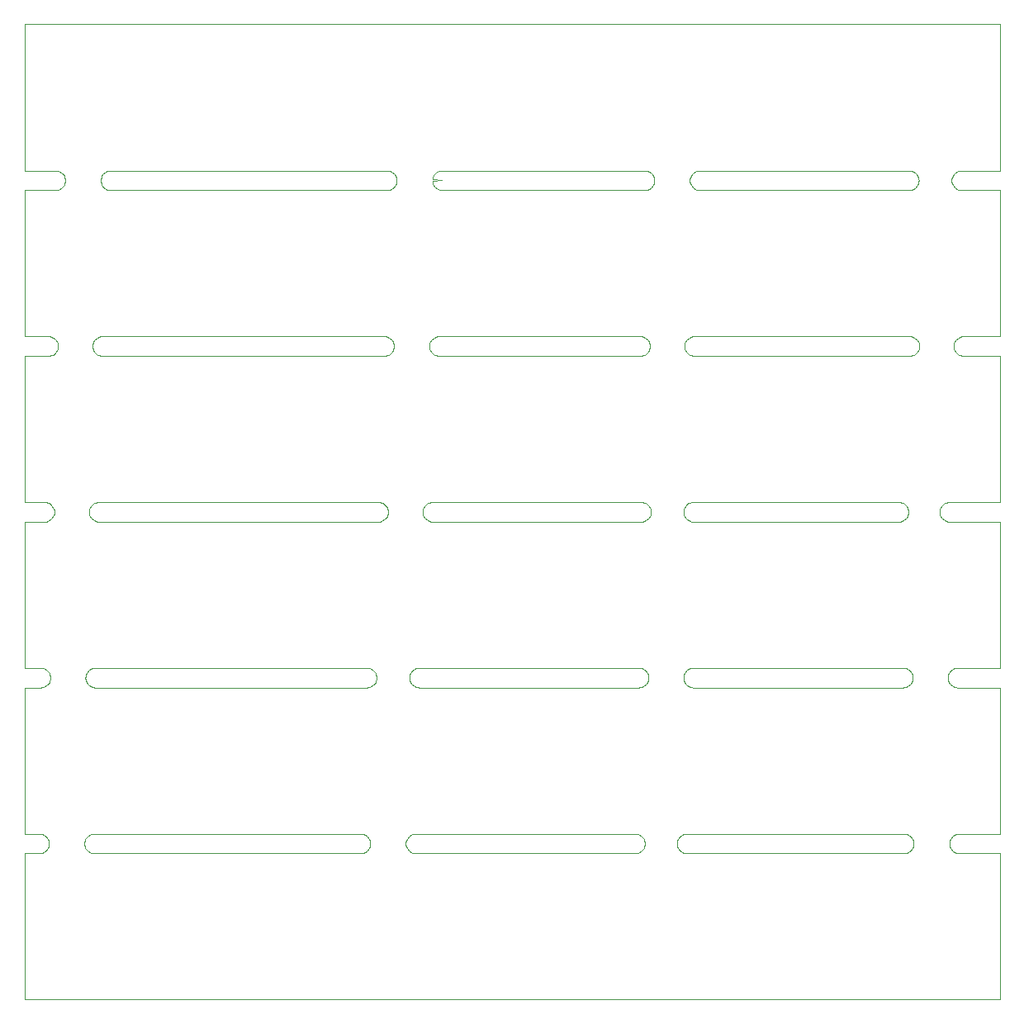
<source format=gko>
%MOIN*%
%OFA0B0*%
%FSLAX44Y44*%
%IPPOS*%
%LPD*%
%ADD10C,0*%
D10*
X00027080Y00026771D02*
X00027080Y00026771D01*
X00035677Y00026771D01*
X00035726Y00026771D01*
X00035787Y00026766D01*
X00035847Y00026752D01*
X00035904Y00026728D01*
X00035957Y00026696D01*
X00036004Y00026656D01*
X00036044Y00026609D01*
X00036076Y00026556D01*
X00036100Y00026499D01*
X00036114Y00026439D01*
X00036119Y00026377D01*
X00036114Y00026316D01*
X00036100Y00026256D01*
X00036076Y00026199D01*
X00036044Y00026146D01*
X00036004Y00026099D01*
X00035957Y00026059D01*
X00035904Y00026027D01*
X00035847Y00026003D01*
X00035787Y00025989D01*
X00035726Y00025984D01*
X00027032Y00025984D01*
X00026970Y00025989D01*
X00026910Y00026003D01*
X00026853Y00026027D01*
X00026800Y00026059D01*
X00026753Y00026099D01*
X00026713Y00026146D01*
X00026681Y00026199D01*
X00026657Y00026256D01*
X00026643Y00026316D01*
X00026638Y00026377D01*
X00026643Y00026439D01*
X00026657Y00026499D01*
X00026681Y00026556D01*
X00026713Y00026609D01*
X00026753Y00026656D01*
X00026800Y00026696D01*
X00026853Y00026728D01*
X00026910Y00026752D01*
X00026970Y00026766D01*
X00027032Y00026771D01*
X00027080Y00026771D01*
X00026993Y00019291D02*
X00026993Y00019291D01*
X00026932Y00019296D01*
X00026872Y00019310D01*
X00026814Y00019334D01*
X00026762Y00019366D01*
X00026715Y00019406D01*
X00026675Y00019453D01*
X00026642Y00019506D01*
X00026619Y00019563D01*
X00026604Y00019623D01*
X00026599Y00019685D01*
X00026604Y00019746D01*
X00026619Y00019806D01*
X00026642Y00019863D01*
X00026675Y00019916D01*
X00026715Y00019963D01*
X00026762Y00020003D01*
X00026814Y00020035D01*
X00026872Y00020059D01*
X00026932Y00020073D01*
X00026993Y00020078D01*
X00027101Y00020078D01*
X00035147Y00020078D01*
X00035291Y00020078D01*
X00035353Y00020073D01*
X00035413Y00020059D01*
X00035470Y00020035D01*
X00035522Y00020003D01*
X00035569Y00019963D01*
X00035609Y00019916D01*
X00035642Y00019863D01*
X00035665Y00019806D01*
X00035680Y00019746D01*
X00035685Y00019685D01*
X00035680Y00019623D01*
X00035665Y00019563D01*
X00035642Y00019506D01*
X00035609Y00019453D01*
X00035569Y00019406D01*
X00035522Y00019366D01*
X00035470Y00019334D01*
X00035413Y00019310D01*
X00035353Y00019296D01*
X00035291Y00019291D01*
X00026993Y00019291D01*
X00026735Y00005905D02*
X00026735Y00005905D01*
X00026674Y00005910D01*
X00026614Y00005924D01*
X00026557Y00005948D01*
X00026504Y00005980D01*
X00026457Y00006020D01*
X00026417Y00006067D01*
X00026385Y00006120D01*
X00026361Y00006177D01*
X00026347Y00006237D01*
X00026342Y00006299D01*
X00026347Y00006360D01*
X00026361Y00006420D01*
X00026385Y00006477D01*
X00026417Y00006530D01*
X00026457Y00006577D01*
X00026504Y00006617D01*
X00026557Y00006650D01*
X00026614Y00006673D01*
X00026674Y00006688D01*
X00026735Y00006692D01*
X00026853Y00006692D01*
X00035500Y00006692D01*
X00035500Y00006692D01*
X00035562Y00006688D01*
X00035622Y00006673D01*
X00035679Y00006650D01*
X00035732Y00006617D01*
X00035779Y00006577D01*
X00035819Y00006530D01*
X00035851Y00006477D01*
X00035875Y00006420D01*
X00035889Y00006360D01*
X00035894Y00006299D01*
X00035889Y00006237D01*
X00035875Y00006177D01*
X00035851Y00006120D01*
X00035819Y00006067D01*
X00035779Y00006020D01*
X00035732Y00005980D01*
X00035679Y00005948D01*
X00035622Y00005924D01*
X00035562Y00005910D01*
X00035500Y00005905D01*
X00026735Y00005905D01*
X00026996Y00012598D02*
X00026996Y00012598D01*
X00026935Y00012603D01*
X00026875Y00012617D01*
X00026818Y00012641D01*
X00026765Y00012673D01*
X00026718Y00012713D01*
X00026678Y00012760D01*
X00026646Y00012813D01*
X00026622Y00012870D01*
X00026608Y00012930D01*
X00026603Y00012992D01*
X00026608Y00013053D01*
X00026622Y00013113D01*
X00026646Y00013170D01*
X00026678Y00013223D01*
X00026718Y00013270D01*
X00026765Y00013310D01*
X00026818Y00013342D01*
X00026875Y00013366D01*
X00026935Y00013380D01*
X00026996Y00013385D01*
X00027019Y00013385D01*
X00035438Y00013385D01*
X00035460Y00013385D01*
X00035522Y00013380D01*
X00035582Y00013366D01*
X00035639Y00013342D01*
X00035692Y00013310D01*
X00035739Y00013270D01*
X00035779Y00013223D01*
X00035811Y00013170D01*
X00035835Y00013113D01*
X00035849Y00013053D01*
X00035854Y00012992D01*
X00035849Y00012930D01*
X00035835Y00012870D01*
X00035811Y00012813D01*
X00035779Y00012760D01*
X00035739Y00012713D01*
X00035692Y00012673D01*
X00035639Y00012641D01*
X00035582Y00012617D01*
X00035522Y00012603D01*
X00035460Y00012598D01*
X00026996Y00012598D01*
X00015785Y00005905D02*
X00015785Y00005905D01*
X00015723Y00005910D01*
X00015663Y00005924D01*
X00015606Y00005948D01*
X00015553Y00005980D01*
X00015506Y00006020D01*
X00015466Y00006067D01*
X00015434Y00006120D01*
X00015410Y00006177D01*
X00015396Y00006237D01*
X00015391Y00006299D01*
X00015396Y00006360D01*
X00015410Y00006420D01*
X00015434Y00006477D01*
X00015466Y00006530D01*
X00015506Y00006577D01*
X00015553Y00006617D01*
X00015606Y00006650D01*
X00015663Y00006673D01*
X00015723Y00006688D01*
X00015785Y00006692D01*
X00015795Y00006692D01*
X00024536Y00006692D01*
X00024653Y00006692D01*
X00024715Y00006688D01*
X00024775Y00006673D01*
X00024832Y00006650D01*
X00024885Y00006617D01*
X00024932Y00006577D01*
X00024972Y00006530D01*
X00025004Y00006477D01*
X00025028Y00006420D01*
X00025042Y00006360D01*
X00025047Y00006299D01*
X00025042Y00006237D01*
X00025028Y00006177D01*
X00025004Y00006120D01*
X00024972Y00006067D01*
X00024932Y00006020D01*
X00024885Y00005980D01*
X00024832Y00005948D01*
X00024775Y00005924D01*
X00024715Y00005910D01*
X00024653Y00005905D01*
X00015785Y00005905D01*
X00015934Y00012598D02*
X00015934Y00012598D01*
X00015873Y00012603D01*
X00015813Y00012617D01*
X00015756Y00012641D01*
X00015703Y00012673D01*
X00015656Y00012713D01*
X00015616Y00012760D01*
X00015583Y00012813D01*
X00015560Y00012870D01*
X00015545Y00012930D01*
X00015541Y00012992D01*
X00015545Y00013053D01*
X00015560Y00013113D01*
X00015583Y00013170D01*
X00015616Y00013223D01*
X00015656Y00013270D01*
X00015703Y00013310D01*
X00015756Y00013342D01*
X00015813Y00013366D01*
X00015873Y00013380D01*
X00015934Y00013385D01*
X00016028Y00013385D01*
X00024770Y00013385D01*
X00024793Y00013385D01*
X00024855Y00013380D01*
X00024915Y00013366D01*
X00024972Y00013342D01*
X00025024Y00013310D01*
X00025071Y00013270D01*
X00025112Y00013223D01*
X00025144Y00013170D01*
X00025167Y00013113D01*
X00025182Y00013053D01*
X00025187Y00012992D01*
X00025182Y00012930D01*
X00025167Y00012870D01*
X00025144Y00012813D01*
X00025112Y00012760D01*
X00025071Y00012713D01*
X00025024Y00012673D01*
X00024972Y00012641D01*
X00024915Y00012617D01*
X00024855Y00012603D01*
X00024793Y00012598D01*
X00015934Y00012598D01*
X00016472Y00019291D02*
X00016472Y00019291D01*
X00016410Y00019296D01*
X00016350Y00019310D01*
X00016293Y00019334D01*
X00016241Y00019366D01*
X00016194Y00019406D01*
X00016154Y00019453D01*
X00016121Y00019506D01*
X00016098Y00019563D01*
X00016083Y00019623D01*
X00016078Y00019685D01*
X00016083Y00019746D01*
X00016098Y00019806D01*
X00016121Y00019863D01*
X00016154Y00019916D01*
X00016194Y00019963D01*
X00016241Y00020003D01*
X00016293Y00020035D01*
X00016350Y00020059D01*
X00016410Y00020073D01*
X00016472Y00020078D01*
X00016507Y00020078D01*
X00024789Y00020078D01*
X00024896Y00020078D01*
X00024958Y00020073D01*
X00025018Y00020059D01*
X00025075Y00020035D01*
X00025128Y00020003D01*
X00025175Y00019963D01*
X00025215Y00019916D01*
X00025247Y00019863D01*
X00025271Y00019806D01*
X00025285Y00019746D01*
X00025290Y00019685D01*
X00025285Y00019623D01*
X00025271Y00019563D01*
X00025247Y00019506D01*
X00025215Y00019453D01*
X00025175Y00019406D01*
X00025128Y00019366D01*
X00025075Y00019334D01*
X00025018Y00019310D01*
X00024958Y00019296D01*
X00024896Y00019291D01*
X00016472Y00019291D01*
X00016735Y00025984D02*
X00016735Y00025984D01*
X00016673Y00025989D01*
X00016613Y00026003D01*
X00016556Y00026027D01*
X00016503Y00026059D01*
X00016456Y00026099D01*
X00016416Y00026146D01*
X00016384Y00026199D01*
X00016360Y00026256D01*
X00016346Y00026316D01*
X00016341Y00026377D01*
X00016346Y00026439D01*
X00016360Y00026499D01*
X00016384Y00026556D01*
X00016416Y00026609D01*
X00016456Y00026656D01*
X00016503Y00026696D01*
X00016556Y00026728D01*
X00016613Y00026752D01*
X00016673Y00026766D01*
X00016735Y00026771D01*
X00016748Y00026771D01*
X00024809Y00026771D01*
X00024858Y00026771D01*
X00024919Y00026766D01*
X00024979Y00026752D01*
X00025036Y00026728D01*
X00025089Y00026696D01*
X00025136Y00026656D01*
X00025176Y00026609D01*
X00025209Y00026556D01*
X00025232Y00026499D01*
X00025247Y00026439D01*
X00025251Y00026377D01*
X00025247Y00026316D01*
X00025232Y00026256D01*
X00025209Y00026199D01*
X00025176Y00026146D01*
X00025136Y00026099D01*
X00025089Y00026059D01*
X00025036Y00026027D01*
X00024979Y00026003D01*
X00024919Y00025989D01*
X00024858Y00025984D01*
X00016735Y00025984D01*
X00002814Y00005905D02*
X00002814Y00005905D01*
X00002752Y00005910D01*
X00002692Y00005924D01*
X00002635Y00005948D01*
X00002582Y00005980D01*
X00002535Y00006020D01*
X00002495Y00006067D01*
X00002463Y00006120D01*
X00002439Y00006177D01*
X00002425Y00006237D01*
X00002420Y00006299D01*
X00002425Y00006360D01*
X00002439Y00006420D01*
X00002463Y00006477D01*
X00002495Y00006530D01*
X00002535Y00006577D01*
X00002582Y00006617D01*
X00002635Y00006650D01*
X00002692Y00006673D01*
X00002752Y00006688D01*
X00002814Y00006692D01*
X00002823Y00006692D01*
X00013558Y00006692D01*
X00013568Y00006692D01*
X00013629Y00006688D01*
X00013689Y00006673D01*
X00013747Y00006650D01*
X00013799Y00006617D01*
X00013846Y00006577D01*
X00013886Y00006530D01*
X00013919Y00006477D01*
X00013942Y00006420D01*
X00013957Y00006360D01*
X00013961Y00006299D01*
X00013957Y00006237D01*
X00013942Y00006177D01*
X00013919Y00006120D01*
X00013886Y00006067D01*
X00013846Y00006020D01*
X00013799Y00005980D01*
X00013747Y00005948D01*
X00013689Y00005924D01*
X00013629Y00005910D01*
X00013568Y00005905D01*
X00002814Y00005905D01*
X00002857Y00012598D02*
X00002857Y00012598D01*
X00002795Y00012603D01*
X00002735Y00012617D01*
X00002678Y00012641D01*
X00002625Y00012673D01*
X00002578Y00012713D01*
X00002538Y00012760D01*
X00002506Y00012813D01*
X00002482Y00012870D01*
X00002468Y00012930D01*
X00002463Y00012992D01*
X00002468Y00013053D01*
X00002482Y00013113D01*
X00002506Y00013170D01*
X00002538Y00013223D01*
X00002578Y00013270D01*
X00002625Y00013310D01*
X00002678Y00013342D01*
X00002735Y00013366D01*
X00002795Y00013380D01*
X00002857Y00013385D01*
X00002880Y00013385D01*
X00013725Y00013385D01*
X00013819Y00013385D01*
X00013881Y00013380D01*
X00013941Y00013366D01*
X00013998Y00013342D01*
X00014050Y00013310D01*
X00014097Y00013270D01*
X00014138Y00013223D01*
X00014170Y00013170D01*
X00014194Y00013113D01*
X00014208Y00013053D01*
X00014213Y00012992D01*
X00014208Y00012930D01*
X00014194Y00012870D01*
X00014170Y00012813D01*
X00014138Y00012760D01*
X00014097Y00012713D01*
X00014050Y00012673D01*
X00013998Y00012641D01*
X00013941Y00012617D01*
X00013881Y00012603D01*
X00013819Y00012598D01*
X00002857Y00012598D01*
X00003035Y00019291D02*
X00003035Y00019291D01*
X00003000Y00019291D01*
X00002938Y00019296D01*
X00002878Y00019310D01*
X00002821Y00019334D01*
X00002769Y00019366D01*
X00002722Y00019406D01*
X00002681Y00019453D01*
X00002649Y00019506D01*
X00002626Y00019563D01*
X00002611Y00019623D01*
X00002606Y00019685D01*
X00002611Y00019746D01*
X00002626Y00019806D01*
X00002649Y00019863D01*
X00002681Y00019916D01*
X00002722Y00019963D01*
X00002769Y00020003D01*
X00002821Y00020035D01*
X00002878Y00020059D01*
X00002938Y00020073D01*
X00003000Y00020078D01*
X00014247Y00020078D01*
X00014283Y00020078D01*
X00014345Y00020073D01*
X00014405Y00020059D01*
X00014462Y00020035D01*
X00014514Y00020003D01*
X00014561Y00019963D01*
X00014601Y00019916D01*
X00014634Y00019863D01*
X00014657Y00019806D01*
X00014672Y00019746D01*
X00014677Y00019685D01*
X00014672Y00019623D01*
X00014657Y00019563D01*
X00014634Y00019506D01*
X00014601Y00019453D01*
X00014561Y00019406D01*
X00014514Y00019366D01*
X00014462Y00019334D01*
X00014405Y00019310D01*
X00014345Y00019296D01*
X00014283Y00019291D01*
X00003035Y00019291D01*
X00003143Y00025984D02*
X00003143Y00025984D01*
X00003081Y00025989D01*
X00003021Y00026003D01*
X00002964Y00026027D01*
X00002911Y00026059D01*
X00002864Y00026099D01*
X00002824Y00026146D01*
X00002792Y00026199D01*
X00002768Y00026256D01*
X00002754Y00026316D01*
X00002749Y00026377D01*
X00002754Y00026439D01*
X00002768Y00026499D01*
X00002792Y00026556D01*
X00002824Y00026609D01*
X00002864Y00026656D01*
X00002911Y00026696D01*
X00002964Y00026728D01*
X00003021Y00026752D01*
X00003081Y00026766D01*
X00003143Y00026771D01*
X00003191Y00026771D01*
X00014508Y00026771D01*
X00014521Y00026771D01*
X00014582Y00026766D01*
X00014643Y00026752D01*
X00014700Y00026728D01*
X00014752Y00026696D01*
X00014799Y00026656D01*
X00014839Y00026609D01*
X00014872Y00026556D01*
X00014895Y00026499D01*
X00014910Y00026439D01*
X00014915Y00026377D01*
X00014910Y00026316D01*
X00014895Y00026256D01*
X00014872Y00026199D01*
X00014839Y00026146D01*
X00014799Y00026099D01*
X00014752Y00026059D01*
X00014700Y00026027D01*
X00014643Y00026003D01*
X00014582Y00025989D01*
X00014521Y00025984D01*
X00003143Y00025984D01*
X00035610Y00033464D02*
X00035610Y00033464D01*
X00035707Y00033464D01*
X00035769Y00033459D01*
X00035829Y00033445D01*
X00035886Y00033421D01*
X00035938Y00033389D01*
X00035985Y00033349D01*
X00036026Y00033302D01*
X00036058Y00033249D01*
X00036081Y00033192D01*
X00036096Y00033132D01*
X00036101Y00033070D01*
X00036096Y00033009D01*
X00036081Y00032949D01*
X00036058Y00032892D01*
X00036026Y00032839D01*
X00035985Y00032792D01*
X00035938Y00032752D01*
X00035886Y00032720D01*
X00035829Y00032696D01*
X00035769Y00032682D01*
X00035707Y00032677D01*
X00027264Y00032677D01*
X00027254Y00032677D01*
X00027192Y00032682D01*
X00027132Y00032696D01*
X00027075Y00032720D01*
X00027022Y00032752D01*
X00026975Y00032792D01*
X00026935Y00032839D01*
X00026903Y00032892D01*
X00026879Y00032949D01*
X00026865Y00033009D01*
X00026860Y00033070D01*
X00026865Y00033132D01*
X00026879Y00033192D01*
X00026903Y00033249D01*
X00026935Y00033302D01*
X00026975Y00033349D01*
X00027022Y00033389D01*
X00027075Y00033421D01*
X00027132Y00033445D01*
X00027192Y00033459D01*
X00027254Y00033464D01*
X00035610Y00033464D01*
X00016861Y00032677D02*
X00016861Y00032677D01*
X00016830Y00032678D01*
X00016799Y00032682D01*
X00016769Y00032688D01*
X00016739Y00032696D01*
X00016710Y00032707D01*
X00016682Y00032720D01*
X00016655Y00032735D01*
X00016630Y00032752D01*
X00016605Y00032771D01*
X00016583Y00032792D01*
X00016562Y00032815D01*
X00016543Y00032839D01*
X00016525Y00032865D01*
X00016510Y00032892D01*
X00016497Y00032920D01*
X00016487Y00032949D01*
X00016478Y00032978D01*
X00016472Y00033009D01*
X00016469Y00033039D01*
X00016861Y00033070D01*
X00016469Y00033101D01*
X00016472Y00033132D01*
X00016478Y00033162D01*
X00016487Y00033192D01*
X00016497Y00033221D01*
X00016510Y00033249D01*
X00016525Y00033276D01*
X00016543Y00033302D01*
X00016562Y00033326D01*
X00016583Y00033349D01*
X00016605Y00033370D01*
X00016630Y00033389D01*
X00016655Y00033406D01*
X00016682Y00033421D01*
X00016710Y00033434D01*
X00016739Y00033445D01*
X00016769Y00033453D01*
X00016799Y00033459D01*
X00016830Y00033463D01*
X00016861Y00033464D01*
X00025037Y00033464D01*
X00025098Y00033459D01*
X00025158Y00033445D01*
X00025215Y00033421D01*
X00025268Y00033389D01*
X00025315Y00033349D01*
X00025355Y00033302D01*
X00025387Y00033249D01*
X00025411Y00033192D01*
X00025425Y00033132D01*
X00025430Y00033070D01*
X00025425Y00033009D01*
X00025411Y00032949D01*
X00025387Y00032892D01*
X00025355Y00032839D01*
X00025315Y00032792D01*
X00025268Y00032752D01*
X00025215Y00032720D01*
X00025158Y00032696D01*
X00025098Y00032682D01*
X00025037Y00032677D01*
X00025027Y00032677D01*
X00016861Y00032677D01*
X00003475Y00032677D02*
X00003475Y00032677D01*
X00003475Y00032677D01*
X00003414Y00032682D01*
X00003354Y00032696D01*
X00003297Y00032720D01*
X00003244Y00032752D01*
X00003197Y00032792D01*
X00003157Y00032839D01*
X00003124Y00032892D01*
X00003101Y00032949D01*
X00003086Y00033009D01*
X00003082Y00033070D01*
X00003086Y00033132D01*
X00003101Y00033192D01*
X00003124Y00033249D01*
X00003157Y00033302D01*
X00003197Y00033349D01*
X00003244Y00033389D01*
X00003297Y00033421D01*
X00003354Y00033445D01*
X00003414Y00033459D01*
X00003475Y00033464D01*
X00014634Y00033464D01*
X00014696Y00033459D01*
X00014756Y00033445D01*
X00014813Y00033421D01*
X00014865Y00033389D01*
X00014912Y00033349D01*
X00014952Y00033302D01*
X00014985Y00033249D01*
X00015008Y00033192D01*
X00015023Y00033132D01*
X00015028Y00033070D01*
X00015023Y00033009D01*
X00015008Y00032949D01*
X00014985Y00032892D01*
X00014952Y00032839D01*
X00014912Y00032792D01*
X00014865Y00032752D01*
X00014813Y00032720D01*
X00014756Y00032696D01*
X00014696Y00032682D01*
X00014634Y00032677D01*
X00014634Y00032677D01*
X00003475Y00032677D01*
X00001248Y00033464D02*
X00001248Y00033464D01*
X00001310Y00033459D01*
X00001370Y00033445D01*
X00001427Y00033421D01*
X00001480Y00033389D01*
X00001527Y00033349D01*
X00001567Y00033302D01*
X00001599Y00033249D01*
X00001623Y00033192D01*
X00001637Y00033132D01*
X00001642Y00033070D01*
X00001637Y00033009D01*
X00001623Y00032949D01*
X00001599Y00032892D01*
X00001567Y00032839D01*
X00001527Y00032792D01*
X00001480Y00032752D01*
X00001427Y00032720D01*
X00001370Y00032696D01*
X00001310Y00032682D01*
X00001248Y00032677D01*
X00001248Y00032677D01*
X00000000Y00032677D01*
X00000000Y00026771D01*
X00000920Y00026771D01*
X00000969Y00026771D01*
X00001030Y00026766D01*
X00001090Y00026752D01*
X00001147Y00026728D01*
X00001200Y00026696D01*
X00001247Y00026656D01*
X00001287Y00026609D01*
X00001319Y00026556D01*
X00001343Y00026499D01*
X00001357Y00026439D01*
X00001362Y00026377D01*
X00001357Y00026316D01*
X00001343Y00026256D01*
X00001319Y00026199D01*
X00001287Y00026146D01*
X00001247Y00026099D01*
X00001200Y00026059D01*
X00001147Y00026027D01*
X00001090Y00026003D01*
X00001030Y00025989D01*
X00000969Y00025984D01*
X00000000Y00025984D01*
X00000000Y00020078D01*
X00000811Y00020078D01*
X00000872Y00020073D01*
X00000933Y00020059D01*
X00000990Y00020035D01*
X00001042Y00020003D01*
X00001089Y00019963D01*
X00001129Y00019916D01*
X00001162Y00019863D01*
X00001185Y00019806D01*
X00001200Y00019746D01*
X00001205Y00019685D01*
X00001200Y00019623D01*
X00001185Y00019563D01*
X00001162Y00019506D01*
X00001129Y00019453D01*
X00001089Y00019406D01*
X00001042Y00019366D01*
X00000990Y00019334D01*
X00000933Y00019310D01*
X00000872Y00019296D01*
X00000811Y00019291D01*
X00000775Y00019291D01*
X00000000Y00019291D01*
X00000000Y00013385D01*
X00000631Y00013385D01*
X00000653Y00013385D01*
X00000715Y00013380D01*
X00000775Y00013366D01*
X00000832Y00013342D01*
X00000885Y00013310D01*
X00000932Y00013270D01*
X00000972Y00013223D01*
X00001004Y00013170D01*
X00001028Y00013113D01*
X00001042Y00013053D01*
X00001047Y00012992D01*
X00001042Y00012930D01*
X00001028Y00012870D01*
X00001004Y00012813D01*
X00000972Y00012760D01*
X00000932Y00012713D01*
X00000885Y00012673D01*
X00000832Y00012641D01*
X00000775Y00012617D01*
X00000715Y00012603D01*
X00000653Y00012598D01*
X00000000Y00012598D01*
X00000000Y00006692D01*
X00000587Y00006692D01*
X00000597Y00006692D01*
X00000658Y00006688D01*
X00000718Y00006673D01*
X00000775Y00006650D01*
X00000828Y00006617D01*
X00000875Y00006577D01*
X00000915Y00006530D01*
X00000947Y00006477D01*
X00000971Y00006420D01*
X00000985Y00006360D01*
X00000990Y00006299D01*
X00000985Y00006237D01*
X00000971Y00006177D01*
X00000947Y00006120D01*
X00000915Y00006067D01*
X00000875Y00006020D01*
X00000828Y00005980D01*
X00000775Y00005948D01*
X00000718Y00005924D01*
X00000658Y00005910D01*
X00000597Y00005905D01*
X00000000Y00005905D01*
X00000000Y00000000D01*
X00039370Y00000000D01*
X00039370Y00005905D01*
X00037727Y00005905D01*
X00037666Y00005910D01*
X00037606Y00005924D01*
X00037548Y00005948D01*
X00037496Y00005980D01*
X00037449Y00006020D01*
X00037409Y00006067D01*
X00037376Y00006120D01*
X00037353Y00006177D01*
X00037338Y00006237D01*
X00037334Y00006299D01*
X00037338Y00006360D01*
X00037353Y00006420D01*
X00037376Y00006477D01*
X00037409Y00006530D01*
X00037449Y00006577D01*
X00037496Y00006617D01*
X00037548Y00006650D01*
X00037606Y00006673D01*
X00037666Y00006688D01*
X00037727Y00006692D01*
X00037727Y00006692D01*
X00039370Y00006692D01*
X00039370Y00012598D01*
X00037664Y00012598D01*
X00037602Y00012603D01*
X00037542Y00012617D01*
X00037485Y00012641D01*
X00037433Y00012673D01*
X00037386Y00012713D01*
X00037345Y00012760D01*
X00037313Y00012813D01*
X00037289Y00012870D01*
X00037275Y00012930D01*
X00037270Y00012992D01*
X00037275Y00013053D01*
X00037289Y00013113D01*
X00037313Y00013170D01*
X00037345Y00013223D01*
X00037386Y00013270D01*
X00037433Y00013310D01*
X00037485Y00013342D01*
X00037542Y00013366D01*
X00037602Y00013380D01*
X00037664Y00013385D01*
X00037687Y00013385D01*
X00039370Y00013385D01*
X00039370Y00019291D01*
X00037333Y00019291D01*
X00037271Y00019296D01*
X00037211Y00019310D01*
X00037154Y00019334D01*
X00037101Y00019366D01*
X00037054Y00019406D01*
X00037014Y00019453D01*
X00036982Y00019506D01*
X00036958Y00019563D01*
X00036944Y00019623D01*
X00036939Y00019685D01*
X00036944Y00019746D01*
X00036958Y00019806D01*
X00036982Y00019863D01*
X00037014Y00019916D01*
X00037054Y00019963D01*
X00037101Y00020003D01*
X00037154Y00020035D01*
X00037211Y00020059D01*
X00037271Y00020073D01*
X00037333Y00020078D01*
X00037477Y00020078D01*
X00039370Y00020078D01*
X00039370Y00025984D01*
X00037900Y00025984D01*
X00037838Y00025989D01*
X00037778Y00026003D01*
X00037721Y00026027D01*
X00037668Y00026059D01*
X00037621Y00026099D01*
X00037581Y00026146D01*
X00037549Y00026199D01*
X00037525Y00026256D01*
X00037511Y00026316D01*
X00037506Y00026377D01*
X00037511Y00026439D01*
X00037525Y00026499D01*
X00037549Y00026556D01*
X00037581Y00026609D01*
X00037621Y00026656D01*
X00037668Y00026696D01*
X00037721Y00026728D01*
X00037778Y00026752D01*
X00037838Y00026766D01*
X00037900Y00026771D01*
X00037948Y00026771D01*
X00039370Y00026771D01*
X00039370Y00032677D01*
X00037818Y00032677D01*
X00037756Y00032682D01*
X00037696Y00032696D01*
X00037639Y00032720D01*
X00037587Y00032752D01*
X00037540Y00032792D01*
X00037500Y00032839D01*
X00037467Y00032892D01*
X00037444Y00032949D01*
X00037429Y00033009D01*
X00037424Y00033070D01*
X00037429Y00033132D01*
X00037444Y00033192D01*
X00037467Y00033249D01*
X00037500Y00033302D01*
X00037540Y00033349D01*
X00037587Y00033389D01*
X00037639Y00033421D01*
X00037696Y00033445D01*
X00037756Y00033459D01*
X00037818Y00033464D01*
X00037915Y00033464D01*
X00039370Y00033464D01*
X00039370Y00039370D01*
X00000000Y00039370D01*
X00000000Y00033464D01*
X00001248Y00033464D01*
M02*
</source>
